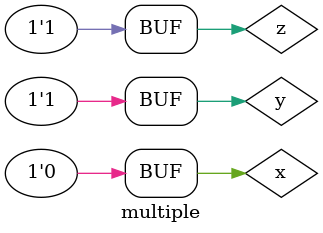
<source format=v>
module multiple();

  // 1 bit variable with initial value 0
  reg x = 1'b0;
  // 1 bit variable with initial value 1
  reg y = 1'b1;
  reg z;

  always @(z)
  begin
    $display("x = %b, y = %b, z = %b", x, y, z);
  end

  initial
  begin
    #2;
    z = x ^ y; //this means z = x XOR y
    #10;
    y=0;
    z = x | y;
    #10;
    z = ~z; //this means z = NOT z
    #10;
  end

endmodule

</source>
